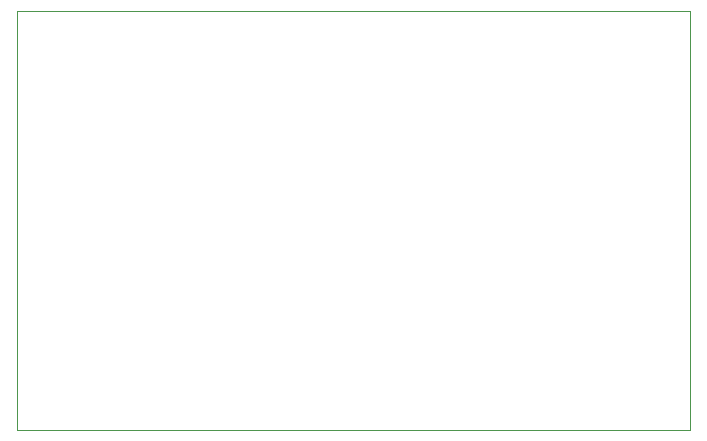
<source format=gm1>
G04 #@! TF.GenerationSoftware,KiCad,Pcbnew,(5.1.5)-3*
G04 #@! TF.CreationDate,2021-07-03T20:54:04-04:00*
G04 #@! TF.ProjectId,LukeCopy,4c756b65-436f-4707-992e-6b696361645f,rev?*
G04 #@! TF.SameCoordinates,Original*
G04 #@! TF.FileFunction,Profile,NP*
%FSLAX46Y46*%
G04 Gerber Fmt 4.6, Leading zero omitted, Abs format (unit mm)*
G04 Created by KiCad (PCBNEW (5.1.5)-3) date 2021-07-03 20:54:04*
%MOMM*%
%LPD*%
G04 APERTURE LIST*
%ADD10C,0.050000*%
G04 APERTURE END LIST*
D10*
X84500000Y-81500000D02*
X84500000Y-117000000D01*
X141500000Y-81500000D02*
X84500000Y-81500000D01*
X141500000Y-117000000D02*
X141500000Y-81500000D01*
X84500000Y-117000000D02*
X141500000Y-117000000D01*
M02*

</source>
